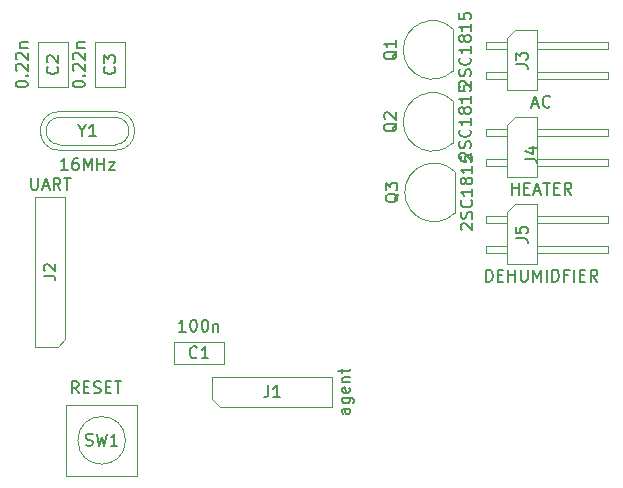
<source format=gbr>
G04 #@! TF.FileFunction,Other,Fab,Top*
%FSLAX46Y46*%
G04 Gerber Fmt 4.6, Leading zero omitted, Abs format (unit mm)*
G04 Created by KiCad (PCBNEW 4.0.7) date Fri Feb  9 23:36:38 2018*
%MOMM*%
%LPD*%
G01*
G04 APERTURE LIST*
%ADD10C,0.150000*%
%ADD11C,0.100000*%
G04 APERTURE END LIST*
D10*
D11*
X104171000Y-65212000D02*
X104171000Y-63312000D01*
X104171000Y-63312000D02*
X99871000Y-63312000D01*
X99871000Y-63312000D02*
X99871000Y-65212000D01*
X99871000Y-65212000D02*
X104171000Y-65212000D01*
X90962000Y-37958000D02*
X88362000Y-37958000D01*
X88362000Y-37958000D02*
X88362000Y-41758000D01*
X88362000Y-41758000D02*
X90962000Y-41758000D01*
X90962000Y-41758000D02*
X90962000Y-37958000D01*
X95788000Y-37958000D02*
X93188000Y-37958000D01*
X93188000Y-37958000D02*
X93188000Y-41758000D01*
X93188000Y-41758000D02*
X95788000Y-41758000D01*
X95788000Y-41758000D02*
X95788000Y-37958000D01*
X103124000Y-68199000D02*
X103124000Y-66294000D01*
X103124000Y-66294000D02*
X113284000Y-66294000D01*
X113284000Y-66294000D02*
X113284000Y-68834000D01*
X113284000Y-68834000D02*
X103759000Y-68834000D01*
X103759000Y-68834000D02*
X103124000Y-68199000D01*
X90043000Y-63754000D02*
X88138000Y-63754000D01*
X88138000Y-63754000D02*
X88138000Y-51054000D01*
X88138000Y-51054000D02*
X90678000Y-51054000D01*
X90678000Y-51054000D02*
X90678000Y-63119000D01*
X90678000Y-63119000D02*
X90043000Y-63754000D01*
X128754000Y-36957000D02*
X130659000Y-36957000D01*
X130659000Y-36957000D02*
X130659000Y-42037000D01*
X130659000Y-42037000D02*
X128119000Y-42037000D01*
X128119000Y-42037000D02*
X128119000Y-37592000D01*
X128119000Y-37592000D02*
X128754000Y-36957000D01*
X126299000Y-37907000D02*
X128119000Y-37907000D01*
X126299000Y-37907000D02*
X126299000Y-38547000D01*
X126299000Y-38547000D02*
X128119000Y-38547000D01*
X130659000Y-37907000D02*
X136659000Y-37907000D01*
X136659000Y-37907000D02*
X136659000Y-38547000D01*
X130659000Y-38547000D02*
X136659000Y-38547000D01*
X126299000Y-40447000D02*
X128119000Y-40447000D01*
X126299000Y-40447000D02*
X126299000Y-41087000D01*
X126299000Y-41087000D02*
X128119000Y-41087000D01*
X130659000Y-40447000D02*
X136659000Y-40447000D01*
X136659000Y-40447000D02*
X136659000Y-41087000D01*
X130659000Y-41087000D02*
X136659000Y-41087000D01*
X128754000Y-44323000D02*
X130659000Y-44323000D01*
X130659000Y-44323000D02*
X130659000Y-49403000D01*
X130659000Y-49403000D02*
X128119000Y-49403000D01*
X128119000Y-49403000D02*
X128119000Y-44958000D01*
X128119000Y-44958000D02*
X128754000Y-44323000D01*
X126299000Y-45273000D02*
X128119000Y-45273000D01*
X126299000Y-45273000D02*
X126299000Y-45913000D01*
X126299000Y-45913000D02*
X128119000Y-45913000D01*
X130659000Y-45273000D02*
X136659000Y-45273000D01*
X136659000Y-45273000D02*
X136659000Y-45913000D01*
X130659000Y-45913000D02*
X136659000Y-45913000D01*
X126299000Y-47813000D02*
X128119000Y-47813000D01*
X126299000Y-47813000D02*
X126299000Y-48453000D01*
X126299000Y-48453000D02*
X128119000Y-48453000D01*
X130659000Y-47813000D02*
X136659000Y-47813000D01*
X136659000Y-47813000D02*
X136659000Y-48453000D01*
X130659000Y-48453000D02*
X136659000Y-48453000D01*
X128754000Y-51689000D02*
X130659000Y-51689000D01*
X130659000Y-51689000D02*
X130659000Y-56769000D01*
X130659000Y-56769000D02*
X128119000Y-56769000D01*
X128119000Y-56769000D02*
X128119000Y-52324000D01*
X128119000Y-52324000D02*
X128754000Y-51689000D01*
X126299000Y-52639000D02*
X128119000Y-52639000D01*
X126299000Y-52639000D02*
X126299000Y-53279000D01*
X126299000Y-53279000D02*
X128119000Y-53279000D01*
X130659000Y-52639000D02*
X136659000Y-52639000D01*
X136659000Y-52639000D02*
X136659000Y-53279000D01*
X130659000Y-53279000D02*
X136659000Y-53279000D01*
X126299000Y-55179000D02*
X128119000Y-55179000D01*
X126299000Y-55179000D02*
X126299000Y-55819000D01*
X126299000Y-55819000D02*
X128119000Y-55819000D01*
X130659000Y-55179000D02*
X136659000Y-55179000D01*
X136659000Y-55179000D02*
X136659000Y-55819000D01*
X130659000Y-55819000D02*
X136659000Y-55819000D01*
X123543000Y-40378000D02*
X123543000Y-36878000D01*
X123546625Y-36854375D02*
G75*
G03X119313000Y-38608000I-1753625J-1753625D01*
G01*
X123546625Y-40361625D02*
G75*
G02X119313000Y-38608000I-1753625J1753625D01*
G01*
X123543000Y-46474000D02*
X123543000Y-42974000D01*
X123546625Y-42950375D02*
G75*
G03X119313000Y-44704000I-1753625J-1753625D01*
G01*
X123546625Y-46457625D02*
G75*
G02X119313000Y-44704000I-1753625J1753625D01*
G01*
X123670000Y-52443000D02*
X123670000Y-48943000D01*
X123673625Y-48919375D02*
G75*
G03X119440000Y-50673000I-1753625J-1753625D01*
G01*
X123673625Y-52426625D02*
G75*
G02X119440000Y-50673000I-1753625J1753625D01*
G01*
X93778000Y-74664000D02*
X90778000Y-74664000D01*
X90778000Y-74664000D02*
X90778000Y-68664000D01*
X90778000Y-68664000D02*
X96778000Y-68664000D01*
X96778000Y-68664000D02*
X96778000Y-74664000D01*
X96778000Y-74664000D02*
X93778000Y-74664000D01*
X95793564Y-71664000D02*
G75*
G03X95793564Y-71664000I-2015564J0D01*
G01*
X90228000Y-43816000D02*
X94928000Y-43816000D01*
X90228000Y-47116000D02*
X94928000Y-47116000D01*
X90228000Y-44316000D02*
X94928000Y-44316000D01*
X90228000Y-46616000D02*
X94928000Y-46616000D01*
X90228000Y-47116000D02*
G75*
G02X90228000Y-43816000I0J1650000D01*
G01*
X94928000Y-47116000D02*
G75*
G03X94928000Y-43816000I0J1650000D01*
G01*
X90228000Y-46616000D02*
G75*
G02X90228000Y-44316000I0J1150000D01*
G01*
X94928000Y-46616000D02*
G75*
G03X94928000Y-44316000I0J1150000D01*
G01*
D10*
X100901953Y-62454381D02*
X100330524Y-62454381D01*
X100616238Y-62454381D02*
X100616238Y-61454381D01*
X100521000Y-61597238D01*
X100425762Y-61692476D01*
X100330524Y-61740095D01*
X101521000Y-61454381D02*
X101616239Y-61454381D01*
X101711477Y-61502000D01*
X101759096Y-61549619D01*
X101806715Y-61644857D01*
X101854334Y-61835333D01*
X101854334Y-62073429D01*
X101806715Y-62263905D01*
X101759096Y-62359143D01*
X101711477Y-62406762D01*
X101616239Y-62454381D01*
X101521000Y-62454381D01*
X101425762Y-62406762D01*
X101378143Y-62359143D01*
X101330524Y-62263905D01*
X101282905Y-62073429D01*
X101282905Y-61835333D01*
X101330524Y-61644857D01*
X101378143Y-61549619D01*
X101425762Y-61502000D01*
X101521000Y-61454381D01*
X102473381Y-61454381D02*
X102568620Y-61454381D01*
X102663858Y-61502000D01*
X102711477Y-61549619D01*
X102759096Y-61644857D01*
X102806715Y-61835333D01*
X102806715Y-62073429D01*
X102759096Y-62263905D01*
X102711477Y-62359143D01*
X102663858Y-62406762D01*
X102568620Y-62454381D01*
X102473381Y-62454381D01*
X102378143Y-62406762D01*
X102330524Y-62359143D01*
X102282905Y-62263905D01*
X102235286Y-62073429D01*
X102235286Y-61835333D01*
X102282905Y-61644857D01*
X102330524Y-61549619D01*
X102378143Y-61502000D01*
X102473381Y-61454381D01*
X103235286Y-61787714D02*
X103235286Y-62454381D01*
X103235286Y-61882952D02*
X103282905Y-61835333D01*
X103378143Y-61787714D01*
X103521001Y-61787714D01*
X103616239Y-61835333D01*
X103663858Y-61930571D01*
X103663858Y-62454381D01*
X101854334Y-64619143D02*
X101806715Y-64666762D01*
X101663858Y-64714381D01*
X101568620Y-64714381D01*
X101425762Y-64666762D01*
X101330524Y-64571524D01*
X101282905Y-64476286D01*
X101235286Y-64285810D01*
X101235286Y-64142952D01*
X101282905Y-63952476D01*
X101330524Y-63857238D01*
X101425762Y-63762000D01*
X101568620Y-63714381D01*
X101663858Y-63714381D01*
X101806715Y-63762000D01*
X101854334Y-63809619D01*
X102806715Y-64714381D02*
X102235286Y-64714381D01*
X102521000Y-64714381D02*
X102521000Y-63714381D01*
X102425762Y-63857238D01*
X102330524Y-63952476D01*
X102235286Y-64000095D01*
X86504381Y-41548476D02*
X86504381Y-41453237D01*
X86552000Y-41357999D01*
X86599619Y-41310380D01*
X86694857Y-41262761D01*
X86885333Y-41215142D01*
X87123429Y-41215142D01*
X87313905Y-41262761D01*
X87409143Y-41310380D01*
X87456762Y-41357999D01*
X87504381Y-41453237D01*
X87504381Y-41548476D01*
X87456762Y-41643714D01*
X87409143Y-41691333D01*
X87313905Y-41738952D01*
X87123429Y-41786571D01*
X86885333Y-41786571D01*
X86694857Y-41738952D01*
X86599619Y-41691333D01*
X86552000Y-41643714D01*
X86504381Y-41548476D01*
X87409143Y-40786571D02*
X87456762Y-40738952D01*
X87504381Y-40786571D01*
X87456762Y-40834190D01*
X87409143Y-40786571D01*
X87504381Y-40786571D01*
X86599619Y-40358000D02*
X86552000Y-40310381D01*
X86504381Y-40215143D01*
X86504381Y-39977047D01*
X86552000Y-39881809D01*
X86599619Y-39834190D01*
X86694857Y-39786571D01*
X86790095Y-39786571D01*
X86932952Y-39834190D01*
X87504381Y-40405619D01*
X87504381Y-39786571D01*
X86599619Y-39405619D02*
X86552000Y-39358000D01*
X86504381Y-39262762D01*
X86504381Y-39024666D01*
X86552000Y-38929428D01*
X86599619Y-38881809D01*
X86694857Y-38834190D01*
X86790095Y-38834190D01*
X86932952Y-38881809D01*
X87504381Y-39453238D01*
X87504381Y-38834190D01*
X86837714Y-38405619D02*
X87504381Y-38405619D01*
X86932952Y-38405619D02*
X86885333Y-38358000D01*
X86837714Y-38262762D01*
X86837714Y-38119904D01*
X86885333Y-38024666D01*
X86980571Y-37977047D01*
X87504381Y-37977047D01*
X90019143Y-40024666D02*
X90066762Y-40072285D01*
X90114381Y-40215142D01*
X90114381Y-40310380D01*
X90066762Y-40453238D01*
X89971524Y-40548476D01*
X89876286Y-40596095D01*
X89685810Y-40643714D01*
X89542952Y-40643714D01*
X89352476Y-40596095D01*
X89257238Y-40548476D01*
X89162000Y-40453238D01*
X89114381Y-40310380D01*
X89114381Y-40215142D01*
X89162000Y-40072285D01*
X89209619Y-40024666D01*
X89209619Y-39643714D02*
X89162000Y-39596095D01*
X89114381Y-39500857D01*
X89114381Y-39262761D01*
X89162000Y-39167523D01*
X89209619Y-39119904D01*
X89304857Y-39072285D01*
X89400095Y-39072285D01*
X89542952Y-39119904D01*
X90114381Y-39691333D01*
X90114381Y-39072285D01*
X91330381Y-41548476D02*
X91330381Y-41453237D01*
X91378000Y-41357999D01*
X91425619Y-41310380D01*
X91520857Y-41262761D01*
X91711333Y-41215142D01*
X91949429Y-41215142D01*
X92139905Y-41262761D01*
X92235143Y-41310380D01*
X92282762Y-41357999D01*
X92330381Y-41453237D01*
X92330381Y-41548476D01*
X92282762Y-41643714D01*
X92235143Y-41691333D01*
X92139905Y-41738952D01*
X91949429Y-41786571D01*
X91711333Y-41786571D01*
X91520857Y-41738952D01*
X91425619Y-41691333D01*
X91378000Y-41643714D01*
X91330381Y-41548476D01*
X92235143Y-40786571D02*
X92282762Y-40738952D01*
X92330381Y-40786571D01*
X92282762Y-40834190D01*
X92235143Y-40786571D01*
X92330381Y-40786571D01*
X91425619Y-40358000D02*
X91378000Y-40310381D01*
X91330381Y-40215143D01*
X91330381Y-39977047D01*
X91378000Y-39881809D01*
X91425619Y-39834190D01*
X91520857Y-39786571D01*
X91616095Y-39786571D01*
X91758952Y-39834190D01*
X92330381Y-40405619D01*
X92330381Y-39786571D01*
X91425619Y-39405619D02*
X91378000Y-39358000D01*
X91330381Y-39262762D01*
X91330381Y-39024666D01*
X91378000Y-38929428D01*
X91425619Y-38881809D01*
X91520857Y-38834190D01*
X91616095Y-38834190D01*
X91758952Y-38881809D01*
X92330381Y-39453238D01*
X92330381Y-38834190D01*
X91663714Y-38405619D02*
X92330381Y-38405619D01*
X91758952Y-38405619D02*
X91711333Y-38358000D01*
X91663714Y-38262762D01*
X91663714Y-38119904D01*
X91711333Y-38024666D01*
X91806571Y-37977047D01*
X92330381Y-37977047D01*
X94845143Y-40024666D02*
X94892762Y-40072285D01*
X94940381Y-40215142D01*
X94940381Y-40310380D01*
X94892762Y-40453238D01*
X94797524Y-40548476D01*
X94702286Y-40596095D01*
X94511810Y-40643714D01*
X94368952Y-40643714D01*
X94178476Y-40596095D01*
X94083238Y-40548476D01*
X93988000Y-40453238D01*
X93940381Y-40310380D01*
X93940381Y-40215142D01*
X93988000Y-40072285D01*
X94035619Y-40024666D01*
X93940381Y-39691333D02*
X93940381Y-39072285D01*
X94321333Y-39405619D01*
X94321333Y-39262761D01*
X94368952Y-39167523D01*
X94416571Y-39119904D01*
X94511810Y-39072285D01*
X94749905Y-39072285D01*
X94845143Y-39119904D01*
X94892762Y-39167523D01*
X94940381Y-39262761D01*
X94940381Y-39548476D01*
X94892762Y-39643714D01*
X94845143Y-39691333D01*
X114796381Y-68968762D02*
X114272571Y-68968762D01*
X114177333Y-69016381D01*
X114129714Y-69111619D01*
X114129714Y-69302096D01*
X114177333Y-69397334D01*
X114748762Y-68968762D02*
X114796381Y-69064000D01*
X114796381Y-69302096D01*
X114748762Y-69397334D01*
X114653524Y-69444953D01*
X114558286Y-69444953D01*
X114463048Y-69397334D01*
X114415429Y-69302096D01*
X114415429Y-69064000D01*
X114367810Y-68968762D01*
X114129714Y-68064000D02*
X114939238Y-68064000D01*
X115034476Y-68111619D01*
X115082095Y-68159238D01*
X115129714Y-68254477D01*
X115129714Y-68397334D01*
X115082095Y-68492572D01*
X114748762Y-68064000D02*
X114796381Y-68159238D01*
X114796381Y-68349715D01*
X114748762Y-68444953D01*
X114701143Y-68492572D01*
X114605905Y-68540191D01*
X114320190Y-68540191D01*
X114224952Y-68492572D01*
X114177333Y-68444953D01*
X114129714Y-68349715D01*
X114129714Y-68159238D01*
X114177333Y-68064000D01*
X114748762Y-67206857D02*
X114796381Y-67302095D01*
X114796381Y-67492572D01*
X114748762Y-67587810D01*
X114653524Y-67635429D01*
X114272571Y-67635429D01*
X114177333Y-67587810D01*
X114129714Y-67492572D01*
X114129714Y-67302095D01*
X114177333Y-67206857D01*
X114272571Y-67159238D01*
X114367810Y-67159238D01*
X114463048Y-67635429D01*
X114129714Y-66730667D02*
X114796381Y-66730667D01*
X114224952Y-66730667D02*
X114177333Y-66683048D01*
X114129714Y-66587810D01*
X114129714Y-66444952D01*
X114177333Y-66349714D01*
X114272571Y-66302095D01*
X114796381Y-66302095D01*
X114129714Y-65968762D02*
X114129714Y-65587810D01*
X113796381Y-65825905D02*
X114653524Y-65825905D01*
X114748762Y-65778286D01*
X114796381Y-65683048D01*
X114796381Y-65587810D01*
X107870667Y-67016381D02*
X107870667Y-67730667D01*
X107823047Y-67873524D01*
X107727809Y-67968762D01*
X107584952Y-68016381D01*
X107489714Y-68016381D01*
X108870667Y-68016381D02*
X108299238Y-68016381D01*
X108584952Y-68016381D02*
X108584952Y-67016381D01*
X108489714Y-67159238D01*
X108394476Y-67254476D01*
X108299238Y-67302095D01*
X87812762Y-49446381D02*
X87812762Y-50255905D01*
X87860381Y-50351143D01*
X87908000Y-50398762D01*
X88003238Y-50446381D01*
X88193715Y-50446381D01*
X88288953Y-50398762D01*
X88336572Y-50351143D01*
X88384191Y-50255905D01*
X88384191Y-49446381D01*
X88812762Y-50160667D02*
X89288953Y-50160667D01*
X88717524Y-50446381D02*
X89050857Y-49446381D01*
X89384191Y-50446381D01*
X90288953Y-50446381D02*
X89955619Y-49970190D01*
X89717524Y-50446381D02*
X89717524Y-49446381D01*
X90098477Y-49446381D01*
X90193715Y-49494000D01*
X90241334Y-49541619D01*
X90288953Y-49636857D01*
X90288953Y-49779714D01*
X90241334Y-49874952D01*
X90193715Y-49922571D01*
X90098477Y-49970190D01*
X89717524Y-49970190D01*
X90574667Y-49446381D02*
X91146096Y-49446381D01*
X90860381Y-50446381D02*
X90860381Y-49446381D01*
X88860381Y-57737333D02*
X89574667Y-57737333D01*
X89717524Y-57784953D01*
X89812762Y-57880191D01*
X89860381Y-58023048D01*
X89860381Y-58118286D01*
X88955619Y-57308762D02*
X88908000Y-57261143D01*
X88860381Y-57165905D01*
X88860381Y-56927809D01*
X88908000Y-56832571D01*
X88955619Y-56784952D01*
X89050857Y-56737333D01*
X89146095Y-56737333D01*
X89288952Y-56784952D01*
X89860381Y-57356381D01*
X89860381Y-56737333D01*
X130265905Y-43203667D02*
X130742096Y-43203667D01*
X130170667Y-43489381D02*
X130504000Y-42489381D01*
X130837334Y-43489381D01*
X131742096Y-43394143D02*
X131694477Y-43441762D01*
X131551620Y-43489381D01*
X131456382Y-43489381D01*
X131313524Y-43441762D01*
X131218286Y-43346524D01*
X131170667Y-43251286D01*
X131123048Y-43060810D01*
X131123048Y-42917952D01*
X131170667Y-42727476D01*
X131218286Y-42632238D01*
X131313524Y-42537000D01*
X131456382Y-42489381D01*
X131551620Y-42489381D01*
X131694477Y-42537000D01*
X131742096Y-42584619D01*
X128841381Y-39830333D02*
X129555667Y-39830333D01*
X129698524Y-39877953D01*
X129793762Y-39973191D01*
X129841381Y-40116048D01*
X129841381Y-40211286D01*
X128841381Y-39449381D02*
X128841381Y-38830333D01*
X129222333Y-39163667D01*
X129222333Y-39020809D01*
X129269952Y-38925571D01*
X129317571Y-38877952D01*
X129412810Y-38830333D01*
X129650905Y-38830333D01*
X129746143Y-38877952D01*
X129793762Y-38925571D01*
X129841381Y-39020809D01*
X129841381Y-39306524D01*
X129793762Y-39401762D01*
X129746143Y-39449381D01*
X128504000Y-50855381D02*
X128504000Y-49855381D01*
X128504000Y-50331571D02*
X129075429Y-50331571D01*
X129075429Y-50855381D02*
X129075429Y-49855381D01*
X129551619Y-50331571D02*
X129884953Y-50331571D01*
X130027810Y-50855381D02*
X129551619Y-50855381D01*
X129551619Y-49855381D01*
X130027810Y-49855381D01*
X130408762Y-50569667D02*
X130884953Y-50569667D01*
X130313524Y-50855381D02*
X130646857Y-49855381D01*
X130980191Y-50855381D01*
X131170667Y-49855381D02*
X131742096Y-49855381D01*
X131456381Y-50855381D02*
X131456381Y-49855381D01*
X132075429Y-50331571D02*
X132408763Y-50331571D01*
X132551620Y-50855381D02*
X132075429Y-50855381D01*
X132075429Y-49855381D01*
X132551620Y-49855381D01*
X133551620Y-50855381D02*
X133218286Y-50379190D01*
X132980191Y-50855381D02*
X132980191Y-49855381D01*
X133361144Y-49855381D01*
X133456382Y-49903000D01*
X133504001Y-49950619D01*
X133551620Y-50045857D01*
X133551620Y-50188714D01*
X133504001Y-50283952D01*
X133456382Y-50331571D01*
X133361144Y-50379190D01*
X132980191Y-50379190D01*
X129627381Y-47831333D02*
X130341667Y-47831333D01*
X130484524Y-47878953D01*
X130579762Y-47974191D01*
X130627381Y-48117048D01*
X130627381Y-48212286D01*
X129960714Y-46926571D02*
X130627381Y-46926571D01*
X129579762Y-47164667D02*
X130294048Y-47402762D01*
X130294048Y-46783714D01*
X126313524Y-58221381D02*
X126313524Y-57221381D01*
X126551619Y-57221381D01*
X126694477Y-57269000D01*
X126789715Y-57364238D01*
X126837334Y-57459476D01*
X126884953Y-57649952D01*
X126884953Y-57792810D01*
X126837334Y-57983286D01*
X126789715Y-58078524D01*
X126694477Y-58173762D01*
X126551619Y-58221381D01*
X126313524Y-58221381D01*
X127313524Y-57697571D02*
X127646858Y-57697571D01*
X127789715Y-58221381D02*
X127313524Y-58221381D01*
X127313524Y-57221381D01*
X127789715Y-57221381D01*
X128218286Y-58221381D02*
X128218286Y-57221381D01*
X128218286Y-57697571D02*
X128789715Y-57697571D01*
X128789715Y-58221381D02*
X128789715Y-57221381D01*
X129265905Y-57221381D02*
X129265905Y-58030905D01*
X129313524Y-58126143D01*
X129361143Y-58173762D01*
X129456381Y-58221381D01*
X129646858Y-58221381D01*
X129742096Y-58173762D01*
X129789715Y-58126143D01*
X129837334Y-58030905D01*
X129837334Y-57221381D01*
X130313524Y-58221381D02*
X130313524Y-57221381D01*
X130646858Y-57935667D01*
X130980191Y-57221381D01*
X130980191Y-58221381D01*
X131456381Y-58221381D02*
X131456381Y-57221381D01*
X131932571Y-58221381D02*
X131932571Y-57221381D01*
X132170666Y-57221381D01*
X132313524Y-57269000D01*
X132408762Y-57364238D01*
X132456381Y-57459476D01*
X132504000Y-57649952D01*
X132504000Y-57792810D01*
X132456381Y-57983286D01*
X132408762Y-58078524D01*
X132313524Y-58173762D01*
X132170666Y-58221381D01*
X131932571Y-58221381D01*
X133265905Y-57697571D02*
X132932571Y-57697571D01*
X132932571Y-58221381D02*
X132932571Y-57221381D01*
X133408762Y-57221381D01*
X133789714Y-58221381D02*
X133789714Y-57221381D01*
X134265904Y-57697571D02*
X134599238Y-57697571D01*
X134742095Y-58221381D02*
X134265904Y-58221381D01*
X134265904Y-57221381D01*
X134742095Y-57221381D01*
X135742095Y-58221381D02*
X135408761Y-57745190D01*
X135170666Y-58221381D02*
X135170666Y-57221381D01*
X135551619Y-57221381D01*
X135646857Y-57269000D01*
X135694476Y-57316619D01*
X135742095Y-57411857D01*
X135742095Y-57554714D01*
X135694476Y-57649952D01*
X135646857Y-57697571D01*
X135551619Y-57745190D01*
X135170666Y-57745190D01*
X128841381Y-54562333D02*
X129555667Y-54562333D01*
X129698524Y-54609953D01*
X129793762Y-54705191D01*
X129841381Y-54848048D01*
X129841381Y-54943286D01*
X128841381Y-53609952D02*
X128841381Y-54086143D01*
X129317571Y-54133762D01*
X129269952Y-54086143D01*
X129222333Y-53990905D01*
X129222333Y-53752809D01*
X129269952Y-53657571D01*
X129317571Y-53609952D01*
X129412810Y-53562333D01*
X129650905Y-53562333D01*
X129746143Y-53609952D01*
X129793762Y-53657571D01*
X129841381Y-53752809D01*
X129841381Y-53990905D01*
X129793762Y-54086143D01*
X129746143Y-54133762D01*
X124130619Y-41774667D02*
X124083000Y-41727048D01*
X124035381Y-41631810D01*
X124035381Y-41393714D01*
X124083000Y-41298476D01*
X124130619Y-41250857D01*
X124225857Y-41203238D01*
X124321095Y-41203238D01*
X124463952Y-41250857D01*
X125035381Y-41822286D01*
X125035381Y-41203238D01*
X124987762Y-40822286D02*
X125035381Y-40679429D01*
X125035381Y-40441333D01*
X124987762Y-40346095D01*
X124940143Y-40298476D01*
X124844905Y-40250857D01*
X124749667Y-40250857D01*
X124654429Y-40298476D01*
X124606810Y-40346095D01*
X124559190Y-40441333D01*
X124511571Y-40631810D01*
X124463952Y-40727048D01*
X124416333Y-40774667D01*
X124321095Y-40822286D01*
X124225857Y-40822286D01*
X124130619Y-40774667D01*
X124083000Y-40727048D01*
X124035381Y-40631810D01*
X124035381Y-40393714D01*
X124083000Y-40250857D01*
X124940143Y-39250857D02*
X124987762Y-39298476D01*
X125035381Y-39441333D01*
X125035381Y-39536571D01*
X124987762Y-39679429D01*
X124892524Y-39774667D01*
X124797286Y-39822286D01*
X124606810Y-39869905D01*
X124463952Y-39869905D01*
X124273476Y-39822286D01*
X124178238Y-39774667D01*
X124083000Y-39679429D01*
X124035381Y-39536571D01*
X124035381Y-39441333D01*
X124083000Y-39298476D01*
X124130619Y-39250857D01*
X125035381Y-38298476D02*
X125035381Y-38869905D01*
X125035381Y-38584191D02*
X124035381Y-38584191D01*
X124178238Y-38679429D01*
X124273476Y-38774667D01*
X124321095Y-38869905D01*
X124463952Y-37727048D02*
X124416333Y-37822286D01*
X124368714Y-37869905D01*
X124273476Y-37917524D01*
X124225857Y-37917524D01*
X124130619Y-37869905D01*
X124083000Y-37822286D01*
X124035381Y-37727048D01*
X124035381Y-37536571D01*
X124083000Y-37441333D01*
X124130619Y-37393714D01*
X124225857Y-37346095D01*
X124273476Y-37346095D01*
X124368714Y-37393714D01*
X124416333Y-37441333D01*
X124463952Y-37536571D01*
X124463952Y-37727048D01*
X124511571Y-37822286D01*
X124559190Y-37869905D01*
X124654429Y-37917524D01*
X124844905Y-37917524D01*
X124940143Y-37869905D01*
X124987762Y-37822286D01*
X125035381Y-37727048D01*
X125035381Y-37536571D01*
X124987762Y-37441333D01*
X124940143Y-37393714D01*
X124844905Y-37346095D01*
X124654429Y-37346095D01*
X124559190Y-37393714D01*
X124511571Y-37441333D01*
X124463952Y-37536571D01*
X125035381Y-36393714D02*
X125035381Y-36965143D01*
X125035381Y-36679429D02*
X124035381Y-36679429D01*
X124178238Y-36774667D01*
X124273476Y-36869905D01*
X124321095Y-36965143D01*
X124035381Y-35488952D02*
X124035381Y-35965143D01*
X124511571Y-36012762D01*
X124463952Y-35965143D01*
X124416333Y-35869905D01*
X124416333Y-35631809D01*
X124463952Y-35536571D01*
X124511571Y-35488952D01*
X124606810Y-35441333D01*
X124844905Y-35441333D01*
X124940143Y-35488952D01*
X124987762Y-35536571D01*
X125035381Y-35631809D01*
X125035381Y-35869905D01*
X124987762Y-35965143D01*
X124940143Y-36012762D01*
X118780619Y-38703238D02*
X118733000Y-38798476D01*
X118637762Y-38893714D01*
X118494905Y-39036571D01*
X118447286Y-39131810D01*
X118447286Y-39227048D01*
X118685381Y-39179429D02*
X118637762Y-39274667D01*
X118542524Y-39369905D01*
X118352048Y-39417524D01*
X118018714Y-39417524D01*
X117828238Y-39369905D01*
X117733000Y-39274667D01*
X117685381Y-39179429D01*
X117685381Y-38988952D01*
X117733000Y-38893714D01*
X117828238Y-38798476D01*
X118018714Y-38750857D01*
X118352048Y-38750857D01*
X118542524Y-38798476D01*
X118637762Y-38893714D01*
X118685381Y-38988952D01*
X118685381Y-39179429D01*
X118685381Y-37798476D02*
X118685381Y-38369905D01*
X118685381Y-38084191D02*
X117685381Y-38084191D01*
X117828238Y-38179429D01*
X117923476Y-38274667D01*
X117971095Y-38369905D01*
X124130619Y-47870667D02*
X124083000Y-47823048D01*
X124035381Y-47727810D01*
X124035381Y-47489714D01*
X124083000Y-47394476D01*
X124130619Y-47346857D01*
X124225857Y-47299238D01*
X124321095Y-47299238D01*
X124463952Y-47346857D01*
X125035381Y-47918286D01*
X125035381Y-47299238D01*
X124987762Y-46918286D02*
X125035381Y-46775429D01*
X125035381Y-46537333D01*
X124987762Y-46442095D01*
X124940143Y-46394476D01*
X124844905Y-46346857D01*
X124749667Y-46346857D01*
X124654429Y-46394476D01*
X124606810Y-46442095D01*
X124559190Y-46537333D01*
X124511571Y-46727810D01*
X124463952Y-46823048D01*
X124416333Y-46870667D01*
X124321095Y-46918286D01*
X124225857Y-46918286D01*
X124130619Y-46870667D01*
X124083000Y-46823048D01*
X124035381Y-46727810D01*
X124035381Y-46489714D01*
X124083000Y-46346857D01*
X124940143Y-45346857D02*
X124987762Y-45394476D01*
X125035381Y-45537333D01*
X125035381Y-45632571D01*
X124987762Y-45775429D01*
X124892524Y-45870667D01*
X124797286Y-45918286D01*
X124606810Y-45965905D01*
X124463952Y-45965905D01*
X124273476Y-45918286D01*
X124178238Y-45870667D01*
X124083000Y-45775429D01*
X124035381Y-45632571D01*
X124035381Y-45537333D01*
X124083000Y-45394476D01*
X124130619Y-45346857D01*
X125035381Y-44394476D02*
X125035381Y-44965905D01*
X125035381Y-44680191D02*
X124035381Y-44680191D01*
X124178238Y-44775429D01*
X124273476Y-44870667D01*
X124321095Y-44965905D01*
X124463952Y-43823048D02*
X124416333Y-43918286D01*
X124368714Y-43965905D01*
X124273476Y-44013524D01*
X124225857Y-44013524D01*
X124130619Y-43965905D01*
X124083000Y-43918286D01*
X124035381Y-43823048D01*
X124035381Y-43632571D01*
X124083000Y-43537333D01*
X124130619Y-43489714D01*
X124225857Y-43442095D01*
X124273476Y-43442095D01*
X124368714Y-43489714D01*
X124416333Y-43537333D01*
X124463952Y-43632571D01*
X124463952Y-43823048D01*
X124511571Y-43918286D01*
X124559190Y-43965905D01*
X124654429Y-44013524D01*
X124844905Y-44013524D01*
X124940143Y-43965905D01*
X124987762Y-43918286D01*
X125035381Y-43823048D01*
X125035381Y-43632571D01*
X124987762Y-43537333D01*
X124940143Y-43489714D01*
X124844905Y-43442095D01*
X124654429Y-43442095D01*
X124559190Y-43489714D01*
X124511571Y-43537333D01*
X124463952Y-43632571D01*
X125035381Y-42489714D02*
X125035381Y-43061143D01*
X125035381Y-42775429D02*
X124035381Y-42775429D01*
X124178238Y-42870667D01*
X124273476Y-42965905D01*
X124321095Y-43061143D01*
X124035381Y-41584952D02*
X124035381Y-42061143D01*
X124511571Y-42108762D01*
X124463952Y-42061143D01*
X124416333Y-41965905D01*
X124416333Y-41727809D01*
X124463952Y-41632571D01*
X124511571Y-41584952D01*
X124606810Y-41537333D01*
X124844905Y-41537333D01*
X124940143Y-41584952D01*
X124987762Y-41632571D01*
X125035381Y-41727809D01*
X125035381Y-41965905D01*
X124987762Y-42061143D01*
X124940143Y-42108762D01*
X118780619Y-44799238D02*
X118733000Y-44894476D01*
X118637762Y-44989714D01*
X118494905Y-45132571D01*
X118447286Y-45227810D01*
X118447286Y-45323048D01*
X118685381Y-45275429D02*
X118637762Y-45370667D01*
X118542524Y-45465905D01*
X118352048Y-45513524D01*
X118018714Y-45513524D01*
X117828238Y-45465905D01*
X117733000Y-45370667D01*
X117685381Y-45275429D01*
X117685381Y-45084952D01*
X117733000Y-44989714D01*
X117828238Y-44894476D01*
X118018714Y-44846857D01*
X118352048Y-44846857D01*
X118542524Y-44894476D01*
X118637762Y-44989714D01*
X118685381Y-45084952D01*
X118685381Y-45275429D01*
X117780619Y-44465905D02*
X117733000Y-44418286D01*
X117685381Y-44323048D01*
X117685381Y-44084952D01*
X117733000Y-43989714D01*
X117780619Y-43942095D01*
X117875857Y-43894476D01*
X117971095Y-43894476D01*
X118113952Y-43942095D01*
X118685381Y-44513524D01*
X118685381Y-43894476D01*
X124257619Y-53839667D02*
X124210000Y-53792048D01*
X124162381Y-53696810D01*
X124162381Y-53458714D01*
X124210000Y-53363476D01*
X124257619Y-53315857D01*
X124352857Y-53268238D01*
X124448095Y-53268238D01*
X124590952Y-53315857D01*
X125162381Y-53887286D01*
X125162381Y-53268238D01*
X125114762Y-52887286D02*
X125162381Y-52744429D01*
X125162381Y-52506333D01*
X125114762Y-52411095D01*
X125067143Y-52363476D01*
X124971905Y-52315857D01*
X124876667Y-52315857D01*
X124781429Y-52363476D01*
X124733810Y-52411095D01*
X124686190Y-52506333D01*
X124638571Y-52696810D01*
X124590952Y-52792048D01*
X124543333Y-52839667D01*
X124448095Y-52887286D01*
X124352857Y-52887286D01*
X124257619Y-52839667D01*
X124210000Y-52792048D01*
X124162381Y-52696810D01*
X124162381Y-52458714D01*
X124210000Y-52315857D01*
X125067143Y-51315857D02*
X125114762Y-51363476D01*
X125162381Y-51506333D01*
X125162381Y-51601571D01*
X125114762Y-51744429D01*
X125019524Y-51839667D01*
X124924286Y-51887286D01*
X124733810Y-51934905D01*
X124590952Y-51934905D01*
X124400476Y-51887286D01*
X124305238Y-51839667D01*
X124210000Y-51744429D01*
X124162381Y-51601571D01*
X124162381Y-51506333D01*
X124210000Y-51363476D01*
X124257619Y-51315857D01*
X125162381Y-50363476D02*
X125162381Y-50934905D01*
X125162381Y-50649191D02*
X124162381Y-50649191D01*
X124305238Y-50744429D01*
X124400476Y-50839667D01*
X124448095Y-50934905D01*
X124590952Y-49792048D02*
X124543333Y-49887286D01*
X124495714Y-49934905D01*
X124400476Y-49982524D01*
X124352857Y-49982524D01*
X124257619Y-49934905D01*
X124210000Y-49887286D01*
X124162381Y-49792048D01*
X124162381Y-49601571D01*
X124210000Y-49506333D01*
X124257619Y-49458714D01*
X124352857Y-49411095D01*
X124400476Y-49411095D01*
X124495714Y-49458714D01*
X124543333Y-49506333D01*
X124590952Y-49601571D01*
X124590952Y-49792048D01*
X124638571Y-49887286D01*
X124686190Y-49934905D01*
X124781429Y-49982524D01*
X124971905Y-49982524D01*
X125067143Y-49934905D01*
X125114762Y-49887286D01*
X125162381Y-49792048D01*
X125162381Y-49601571D01*
X125114762Y-49506333D01*
X125067143Y-49458714D01*
X124971905Y-49411095D01*
X124781429Y-49411095D01*
X124686190Y-49458714D01*
X124638571Y-49506333D01*
X124590952Y-49601571D01*
X125162381Y-48458714D02*
X125162381Y-49030143D01*
X125162381Y-48744429D02*
X124162381Y-48744429D01*
X124305238Y-48839667D01*
X124400476Y-48934905D01*
X124448095Y-49030143D01*
X124162381Y-47553952D02*
X124162381Y-48030143D01*
X124638571Y-48077762D01*
X124590952Y-48030143D01*
X124543333Y-47934905D01*
X124543333Y-47696809D01*
X124590952Y-47601571D01*
X124638571Y-47553952D01*
X124733810Y-47506333D01*
X124971905Y-47506333D01*
X125067143Y-47553952D01*
X125114762Y-47601571D01*
X125162381Y-47696809D01*
X125162381Y-47934905D01*
X125114762Y-48030143D01*
X125067143Y-48077762D01*
X118907619Y-50768238D02*
X118860000Y-50863476D01*
X118764762Y-50958714D01*
X118621905Y-51101571D01*
X118574286Y-51196810D01*
X118574286Y-51292048D01*
X118812381Y-51244429D02*
X118764762Y-51339667D01*
X118669524Y-51434905D01*
X118479048Y-51482524D01*
X118145714Y-51482524D01*
X117955238Y-51434905D01*
X117860000Y-51339667D01*
X117812381Y-51244429D01*
X117812381Y-51053952D01*
X117860000Y-50958714D01*
X117955238Y-50863476D01*
X118145714Y-50815857D01*
X118479048Y-50815857D01*
X118669524Y-50863476D01*
X118764762Y-50958714D01*
X118812381Y-51053952D01*
X118812381Y-51244429D01*
X117812381Y-50482524D02*
X117812381Y-49863476D01*
X118193333Y-50196810D01*
X118193333Y-50053952D01*
X118240952Y-49958714D01*
X118288571Y-49911095D01*
X118383810Y-49863476D01*
X118621905Y-49863476D01*
X118717143Y-49911095D01*
X118764762Y-49958714D01*
X118812381Y-50053952D01*
X118812381Y-50339667D01*
X118764762Y-50434905D01*
X118717143Y-50482524D01*
X91825619Y-67666381D02*
X91492285Y-67190190D01*
X91254190Y-67666381D02*
X91254190Y-66666381D01*
X91635143Y-66666381D01*
X91730381Y-66714000D01*
X91778000Y-66761619D01*
X91825619Y-66856857D01*
X91825619Y-66999714D01*
X91778000Y-67094952D01*
X91730381Y-67142571D01*
X91635143Y-67190190D01*
X91254190Y-67190190D01*
X92254190Y-67142571D02*
X92587524Y-67142571D01*
X92730381Y-67666381D02*
X92254190Y-67666381D01*
X92254190Y-66666381D01*
X92730381Y-66666381D01*
X93111333Y-67618762D02*
X93254190Y-67666381D01*
X93492286Y-67666381D01*
X93587524Y-67618762D01*
X93635143Y-67571143D01*
X93682762Y-67475905D01*
X93682762Y-67380667D01*
X93635143Y-67285429D01*
X93587524Y-67237810D01*
X93492286Y-67190190D01*
X93301809Y-67142571D01*
X93206571Y-67094952D01*
X93158952Y-67047333D01*
X93111333Y-66952095D01*
X93111333Y-66856857D01*
X93158952Y-66761619D01*
X93206571Y-66714000D01*
X93301809Y-66666381D01*
X93539905Y-66666381D01*
X93682762Y-66714000D01*
X94111333Y-67142571D02*
X94444667Y-67142571D01*
X94587524Y-67666381D02*
X94111333Y-67666381D01*
X94111333Y-66666381D01*
X94587524Y-66666381D01*
X94873238Y-66666381D02*
X95444667Y-66666381D01*
X95158952Y-67666381D02*
X95158952Y-66666381D01*
X92444667Y-72068762D02*
X92587524Y-72116381D01*
X92825620Y-72116381D01*
X92920858Y-72068762D01*
X92968477Y-72021143D01*
X93016096Y-71925905D01*
X93016096Y-71830667D01*
X92968477Y-71735429D01*
X92920858Y-71687810D01*
X92825620Y-71640190D01*
X92635143Y-71592571D01*
X92539905Y-71544952D01*
X92492286Y-71497333D01*
X92444667Y-71402095D01*
X92444667Y-71306857D01*
X92492286Y-71211619D01*
X92539905Y-71164000D01*
X92635143Y-71116381D01*
X92873239Y-71116381D01*
X93016096Y-71164000D01*
X93349429Y-71116381D02*
X93587524Y-72116381D01*
X93778001Y-71402095D01*
X93968477Y-72116381D01*
X94206572Y-71116381D01*
X95111334Y-72116381D02*
X94539905Y-72116381D01*
X94825619Y-72116381D02*
X94825619Y-71116381D01*
X94730381Y-71259238D01*
X94635143Y-71354476D01*
X94539905Y-71402095D01*
X90887524Y-48768381D02*
X90316095Y-48768381D01*
X90601809Y-48768381D02*
X90601809Y-47768381D01*
X90506571Y-47911238D01*
X90411333Y-48006476D01*
X90316095Y-48054095D01*
X91744667Y-47768381D02*
X91554190Y-47768381D01*
X91458952Y-47816000D01*
X91411333Y-47863619D01*
X91316095Y-48006476D01*
X91268476Y-48196952D01*
X91268476Y-48577905D01*
X91316095Y-48673143D01*
X91363714Y-48720762D01*
X91458952Y-48768381D01*
X91649429Y-48768381D01*
X91744667Y-48720762D01*
X91792286Y-48673143D01*
X91839905Y-48577905D01*
X91839905Y-48339810D01*
X91792286Y-48244571D01*
X91744667Y-48196952D01*
X91649429Y-48149333D01*
X91458952Y-48149333D01*
X91363714Y-48196952D01*
X91316095Y-48244571D01*
X91268476Y-48339810D01*
X92268476Y-48768381D02*
X92268476Y-47768381D01*
X92601810Y-48482667D01*
X92935143Y-47768381D01*
X92935143Y-48768381D01*
X93411333Y-48768381D02*
X93411333Y-47768381D01*
X93411333Y-48244571D02*
X93982762Y-48244571D01*
X93982762Y-48768381D02*
X93982762Y-47768381D01*
X94363714Y-48101714D02*
X94887524Y-48101714D01*
X94363714Y-48768381D01*
X94887524Y-48768381D01*
X92101809Y-45442190D02*
X92101809Y-45918381D01*
X91768476Y-44918381D02*
X92101809Y-45442190D01*
X92435143Y-44918381D01*
X93292286Y-45918381D02*
X92720857Y-45918381D01*
X93006571Y-45918381D02*
X93006571Y-44918381D01*
X92911333Y-45061238D01*
X92816095Y-45156476D01*
X92720857Y-45204095D01*
M02*

</source>
